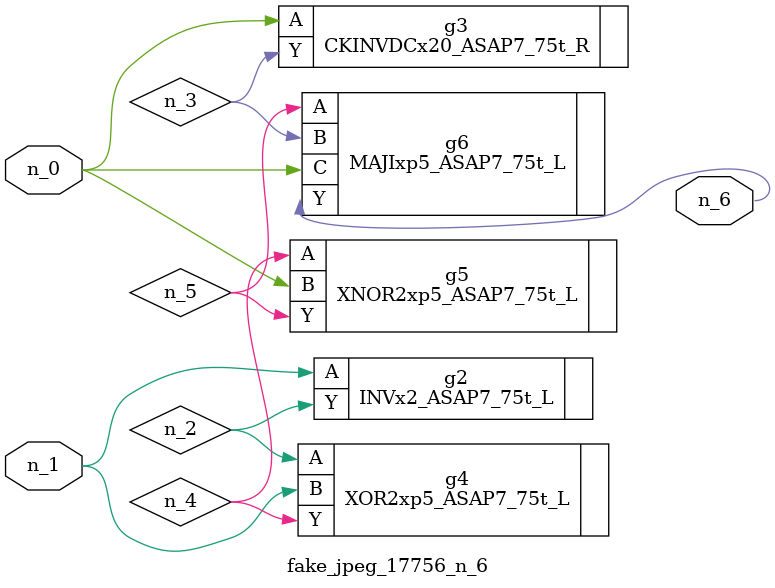
<source format=v>
module fake_jpeg_17756_n_6 (n_0, n_1, n_6);

input n_0;
input n_1;

output n_6;

wire n_2;
wire n_3;
wire n_4;
wire n_5;

INVx2_ASAP7_75t_L g2 ( 
.A(n_1),
.Y(n_2)
);

CKINVDCx20_ASAP7_75t_R g3 ( 
.A(n_0),
.Y(n_3)
);

XOR2xp5_ASAP7_75t_L g4 ( 
.A(n_2),
.B(n_1),
.Y(n_4)
);

XNOR2xp5_ASAP7_75t_L g5 ( 
.A(n_4),
.B(n_0),
.Y(n_5)
);

MAJIxp5_ASAP7_75t_L g6 ( 
.A(n_5),
.B(n_3),
.C(n_0),
.Y(n_6)
);


endmodule
</source>
